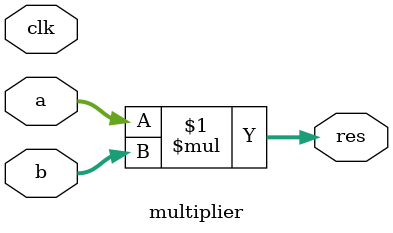
<source format=v>
module unsigned_mul (
    input wire clk,
    input wire [31:0] a_i,
    input wire [31:0] b_i,
    output wire [63:0] res_o
);
		
	wire [31:0] m1,m2,m3,m4;	
	
	multiplier mul1(
	   .a(a_i[15:0]),
	   .b(b_i[15:0]),
	   .res(m1),
	   .clk(clk)
	);	
	
	multiplier mul2(
	   .a(a_i[15:0]),
	   .b(b_i[31:16]),
	   .res(m2),
	   .clk(clk)
	);	
		
	multiplier mul3(
	   .a(a_i[31:16]),
	   .b(b_i[15:0]),
	   .res(m3),
	   .clk(clk)
	);
	
	multiplier mul4(
	   .a(a_i[31:16]),
	   .b(b_i[31:16]),
	   .res(m4),
	   .clk(clk)
	);			
	
    assign res_o = (m4<<32) + ((m2+m3) << 16) + m1;
	
endmodule


(* use_dsp = "yes" *) module multiplier(

    input wire clk,
    input wire [15:0] a,
    input wire [15:0] b,
    output wire [31:0] res
    
);

   assign res = a*b;

endmodule


</source>
